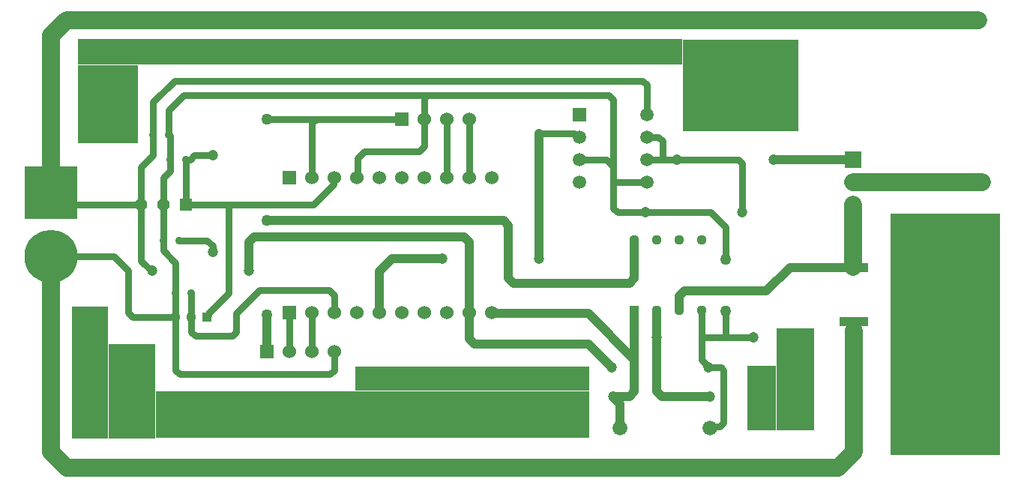
<source format=gbl>
G04*
G04 #@! TF.GenerationSoftware,Altium Limited,Altium Designer,24.9.1 (31)*
G04*
G04 Layer_Physical_Order=2*
G04 Layer_Color=16711680*
%FSLAX44Y44*%
%MOMM*%
G71*
G04*
G04 #@! TF.SameCoordinates,570542E3-00E4-430B-A899-0EB25D94C372*
G04*
G04*
G04 #@! TF.FilePolarity,Positive*
G04*
G01*
G75*
%ADD35C,1.0000*%
%ADD36C,0.8000*%
%ADD37C,6.0000*%
%ADD38R,6.0000X6.0000*%
%ADD39C,1.5240*%
%ADD40R,1.5240X1.5240*%
%ADD41R,1.8450X1.8450*%
%ADD42C,1.8450*%
%ADD43C,1.5000*%
%ADD44R,1.5000X1.5000*%
%ADD45R,1.1300X1.1300*%
%ADD46C,1.1300*%
%ADD47C,0.9000*%
%ADD48C,1.2000*%
%ADD49R,1.5240X1.5240*%
%ADD50C,1.4000*%
%ADD51R,1.4000X1.4000*%
%ADD52R,1.1200X1.1200*%
%ADD53C,1.1200*%
%ADD54C,1.6764*%
%ADD55C,1.2700*%
%ADD56R,3.2700X1.0700*%
%ADD57C,2.0000*%
%ADD58R,26.4160X2.7940*%
%ADD59R,49.0220X5.3340*%
%ADD60R,5.3340X10.6680*%
%ADD61R,4.0640X14.8590*%
%ADD62R,6.8580X8.8900*%
%ADD63R,68.3260X2.9210*%
%ADD64R,12.3190X27.3050*%
%ADD65R,3.3020X7.2390*%
%ADD66R,4.3180X11.5570*%
%ADD67R,13.0810X10.4140*%
D35*
X1313050Y671900D02*
X1313180D01*
X1312700Y672250D02*
X1313050Y671900D01*
X1240860D02*
X1313050D01*
X1214120Y645160D02*
X1240860Y671900D01*
X1223010Y793750D02*
X1312700D01*
X1041400Y525780D02*
X1059672D01*
X1065530Y531638D01*
X1096788Y525780D02*
X1150620D01*
X1065530Y531638D02*
Y567690D01*
X1090930Y531638D02*
X1096788Y525780D01*
X1041400Y525239D02*
X1049020Y517619D01*
Y490220D02*
Y517619D01*
X1041400Y525239D02*
Y525780D01*
X1121939Y645160D02*
X1214120D01*
X1059672Y654050D02*
X1065530Y659908D01*
Y702640D01*
X629920Y668020D02*
Y700262D01*
X635778Y706120D02*
X872982D01*
X878840Y700262D01*
X629920D02*
X635778Y706120D01*
X650240Y725170D02*
X917432D01*
X650240Y576580D02*
Y618490D01*
X777240Y621030D02*
Y667242D01*
X791988Y681990D02*
X846454D01*
X846563Y681881D01*
X848285D02*
X848395Y681990D01*
X777240Y667242D02*
X791988Y681990D01*
X846563Y681881D02*
X848285D01*
X957580Y681498D02*
Y822960D01*
X878840Y621030D02*
Y700262D01*
X917432Y725170D02*
X923290Y719312D01*
Y659908D02*
X929148Y654050D01*
X923290Y659908D02*
Y719312D01*
X884698Y585470D02*
X1013460D01*
X878840Y591328D02*
Y621030D01*
X902816Y620027D02*
X908948D01*
X909215Y619760D01*
X902549D02*
X902816Y620027D01*
X909215Y619760D02*
X1013460D01*
X878840Y591328D02*
X884698Y585470D01*
X1116081Y623489D02*
Y639302D01*
X1121939Y645160D01*
X929148Y654050D02*
X1059672D01*
X1090930Y531638D02*
Y623240D01*
X1065530Y567690D02*
Y623240D01*
X1013460Y619760D02*
X1065530Y567690D01*
X1013460Y585470D02*
X1040130Y558800D01*
D36*
X650240Y839470D02*
X705726D01*
X726440Y555866D02*
Y576580D01*
X552056Y551180D02*
X721754D01*
X726440Y555866D01*
X547370D02*
X552056Y551180D01*
X547370Y555866D02*
Y615950D01*
X1096645Y793750D02*
X1113790D01*
X1096645D02*
X1097280Y794385D01*
X1079500Y819150D02*
X1092594D01*
X1097280Y794385D02*
Y814464D01*
X1092594Y819150D02*
X1097280Y814464D01*
X1079500Y793750D02*
X1096645D01*
X1182764D02*
X1187450Y789064D01*
X1113790Y793750D02*
X1182764D01*
X1141730Y567502D02*
X1149350Y559882D01*
X1187450Y734060D02*
Y789064D01*
X1141730Y567502D02*
Y595371D01*
X1168400Y593090D02*
X1200150D01*
X1141730Y595371D02*
X1144011Y593090D01*
X1168400D01*
X1149350Y558800D02*
Y559882D01*
X1152297Y491897D02*
X1161581D01*
X1150620Y490220D02*
X1152297Y491897D01*
X1149350Y558800D02*
X1163320D01*
X1166267Y555853D01*
Y496583D02*
Y555853D01*
X1161581Y491897D02*
X1166267Y496583D01*
X1041400Y786130D02*
Y861454D01*
X1168400Y593090D02*
Y622300D01*
X1078230Y734060D02*
X1151890D01*
X1168400Y680720D02*
Y717550D01*
X1151890Y734060D02*
X1168400Y717550D01*
X1041400Y767080D02*
X1042670Y768350D01*
X1041400Y767080D02*
Y786130D01*
X1042670Y768350D02*
X1079500D01*
X1046086Y734060D02*
X1078230D01*
X1041400Y738746D02*
Y767080D01*
Y738746D02*
X1046086Y734060D01*
X508400Y742950D02*
Y785260D01*
X533400Y742950D02*
Y773430D01*
X541020Y781050D01*
Y793750D01*
X508400Y785260D02*
X521970Y798830D01*
Y821690D01*
X558800Y793750D02*
X563659D01*
X539750Y821690D02*
X541020Y820420D01*
X558400Y793350D02*
X558800Y793750D01*
X541020D02*
Y820420D01*
X720582Y646430D02*
X726440Y640572D01*
X642128Y646430D02*
X720582D01*
X615950Y620252D02*
X642128Y646430D01*
X584530Y620090D02*
X607060Y642620D01*
Y742950D01*
X702735D02*
X725437Y765653D01*
X607060Y742950D02*
X702735D01*
X588897Y689993D02*
X589280Y689610D01*
X547370Y615950D02*
Y642620D01*
X582930Y615950D02*
X584530Y617550D01*
X547370Y642620D02*
Y676910D01*
X584530Y617550D02*
Y620090D01*
X878840Y773430D02*
Y839470D01*
X701040Y773430D02*
Y834784D01*
X705726Y839470D01*
X802640D01*
X957580Y822960D02*
X997596D01*
X760730Y802640D02*
X822182D01*
X853440Y773430D02*
Y839470D01*
X752843Y774433D02*
Y794753D01*
X760730Y802640D01*
X822182D02*
X828040Y808498D01*
Y839470D01*
X751840Y773430D02*
X752843Y774433D01*
X588897Y798447D02*
X589280Y798830D01*
X725437Y772427D02*
X726440Y773430D01*
X725437Y765653D02*
Y772427D01*
X533400Y690880D02*
Y702310D01*
X551180D02*
X582422D01*
X588897Y695835D01*
Y689993D02*
Y695835D01*
X569836Y594360D02*
X611264D01*
X563659Y793750D02*
X568356Y798447D01*
X615950Y599046D02*
Y620252D01*
X565150Y599046D02*
Y642620D01*
X611264Y594360D02*
X615950Y599046D01*
X565150D02*
X569836Y594360D01*
X568356Y798447D02*
X588897D01*
X558400Y742950D02*
X607060D01*
X701040Y576580D02*
Y621030D01*
X675640Y576580D02*
Y621030D01*
X519618Y668020D02*
X520700D01*
X558400Y742950D02*
Y793350D01*
X508400Y679238D02*
Y742950D01*
Y679238D02*
X519618Y668020D01*
X533400Y702310D02*
Y742950D01*
Y690880D02*
X547370Y676910D01*
X726440Y621030D02*
Y640572D01*
X419540Y742950D02*
X508400D01*
X406400Y756090D02*
X419540Y742950D01*
X539750Y821690D02*
Y849630D01*
X828040Y839470D02*
Y862330D01*
X539750Y849630D02*
X556260Y866140D01*
X828040Y862330D02*
X831850Y866140D01*
X556260D02*
X831850D01*
X477960Y684090D02*
X494030Y668020D01*
X406400Y684090D02*
X477960D01*
X494030Y620636D02*
Y668020D01*
X498716Y615950D02*
X547370D01*
X1074814Y882650D02*
X1079500Y877964D01*
Y844550D02*
Y877964D01*
X521970Y821690D02*
Y858520D01*
X546100Y882650D01*
X494030Y620636D02*
X498716Y615950D01*
X1141730Y595371D02*
Y623240D01*
X831850Y866140D02*
X1036714D01*
X1041400Y861454D01*
X1033780Y793750D02*
X1041400Y786130D01*
X1003300Y793750D02*
X1033780D01*
X1001406Y819150D02*
X1003300D01*
X997596Y822960D02*
X1001406Y819150D01*
X546100Y882650D02*
X1074814D01*
D37*
X406400Y684090D02*
D03*
D38*
Y756090D02*
D03*
D39*
X878840Y621030D02*
D03*
X904240D02*
D03*
Y773430D02*
D03*
X878840D02*
D03*
X701040Y621030D02*
D03*
X726440D02*
D03*
X751840D02*
D03*
X777240D02*
D03*
X802640D02*
D03*
X828040D02*
D03*
X853440D02*
D03*
Y773430D02*
D03*
X828040D02*
D03*
X802640D02*
D03*
X777240D02*
D03*
X751840D02*
D03*
X726440D02*
D03*
X701040D02*
D03*
X726440Y576580D02*
D03*
X675640D02*
D03*
X701040D02*
D03*
X878840Y839470D02*
D03*
X828040D02*
D03*
X853440D02*
D03*
D40*
X675640Y621030D02*
D03*
Y773430D02*
D03*
D41*
X1312700Y793750D02*
D03*
D42*
Y768350D02*
D03*
Y742950D02*
D03*
D43*
X1079500Y844550D02*
D03*
Y819150D02*
D03*
Y793750D02*
D03*
Y768350D02*
D03*
X1003300D02*
D03*
Y793750D02*
D03*
Y819150D02*
D03*
D44*
Y844550D02*
D03*
D45*
X1065530Y623240D02*
D03*
D46*
X1090930D02*
D03*
X1116330D02*
D03*
X1141730D02*
D03*
Y702640D02*
D03*
X1116330D02*
D03*
X1090930D02*
D03*
X1065530D02*
D03*
D47*
X565150Y642620D02*
D03*
X547370D02*
D03*
X551180Y702310D02*
D03*
X533400D02*
D03*
X558800Y793750D02*
D03*
X541020D02*
D03*
X521970Y821690D02*
D03*
X539750D02*
D03*
D48*
X1090930Y593090D02*
D03*
X1200150D02*
D03*
X1041400Y525780D02*
D03*
X1150620D02*
D03*
X1149350Y558800D02*
D03*
X1040130D02*
D03*
X589280Y798830D02*
D03*
Y689610D02*
D03*
X629920Y668020D02*
D03*
X520700D02*
D03*
X848360Y681498D02*
D03*
X957580D02*
D03*
X1113790Y793750D02*
D03*
X1223010D02*
D03*
X1187450Y734060D02*
D03*
X1078230D02*
D03*
D49*
X650240Y576580D02*
D03*
X802640Y839470D02*
D03*
D50*
X508400Y742950D02*
D03*
X533400D02*
D03*
D51*
X558400D02*
D03*
D52*
X582930Y615950D02*
D03*
D53*
X565150D02*
D03*
X547370D02*
D03*
D54*
X1049020Y490220D02*
D03*
X1150620D02*
D03*
D55*
X650240Y839470D02*
D03*
X1168400Y680720D02*
D03*
Y622300D02*
D03*
X650240Y618490D02*
D03*
Y725170D02*
D03*
D56*
X1313180Y671900D02*
D03*
Y610800D02*
D03*
D57*
X1312700Y768350D02*
X1457960D01*
X1312700Y672250D02*
Y742950D01*
X1295606Y445770D02*
X1313180Y463344D01*
Y600710D01*
X423974Y445770D02*
X1295606D01*
X406400Y463344D02*
X423974Y445770D01*
X406400Y463344D02*
Y684090D01*
X423974Y951230D02*
X1454150D01*
X406400Y933656D02*
X423974Y951230D01*
X406400Y756090D02*
Y933656D01*
D58*
X882650Y546100D02*
D03*
D59*
X769620Y505460D02*
D03*
D60*
X497840Y532130D02*
D03*
D61*
X450850Y553085D02*
D03*
D62*
X471170Y855980D02*
D03*
D63*
X778510Y915035D02*
D03*
D64*
X1416685Y596265D02*
D03*
D65*
X1209040Y523875D02*
D03*
D66*
X1247140Y545465D02*
D03*
D67*
X1185545Y877570D02*
D03*
M02*

</source>
